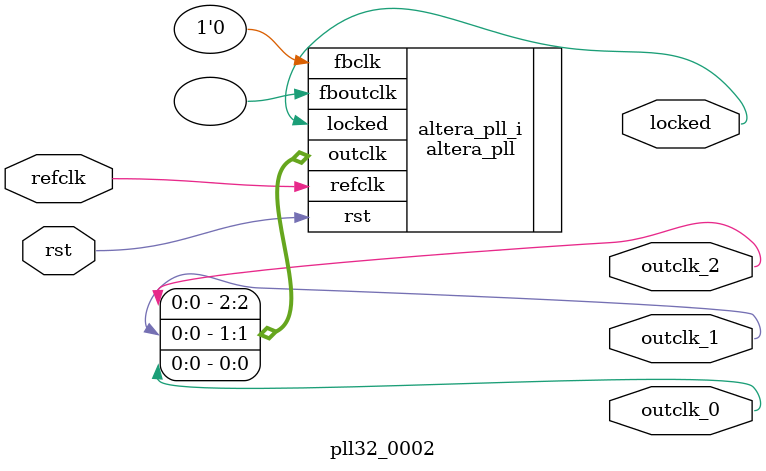
<source format=v>
`timescale 1ns/10ps
module  pll32_0002(

	// interface 'refclk'
	input wire refclk,

	// interface 'reset'
	input wire rst,

	// interface 'outclk0'
	output wire outclk_0,

	// interface 'outclk1'
	output wire outclk_1,

	// interface 'outclk2'
	output wire outclk_2,

	// interface 'locked'
	output wire locked
);

	altera_pll #(
		.fractional_vco_multiplier("true"),
		.reference_clock_frequency("50.0 MHz"),
		.operation_mode("direct"),
		.number_of_clocks(3),
		.output_clock_frequency0("32.000000 MHz"),
		.phase_shift0("0 ps"),
		.duty_cycle0(50),
		.output_clock_frequency1("64.000000 MHz"),
		.phase_shift1("0 ps"),
		.duty_cycle1(50),
		.output_clock_frequency2("64.000000 MHz"),
		.phase_shift2("7812 ps"),
		.duty_cycle2(50),
		.output_clock_frequency3("0 MHz"),
		.phase_shift3("0 ps"),
		.duty_cycle3(50),
		.output_clock_frequency4("0 MHz"),
		.phase_shift4("0 ps"),
		.duty_cycle4(50),
		.output_clock_frequency5("0 MHz"),
		.phase_shift5("0 ps"),
		.duty_cycle5(50),
		.output_clock_frequency6("0 MHz"),
		.phase_shift6("0 ps"),
		.duty_cycle6(50),
		.output_clock_frequency7("0 MHz"),
		.phase_shift7("0 ps"),
		.duty_cycle7(50),
		.output_clock_frequency8("0 MHz"),
		.phase_shift8("0 ps"),
		.duty_cycle8(50),
		.output_clock_frequency9("0 MHz"),
		.phase_shift9("0 ps"),
		.duty_cycle9(50),
		.output_clock_frequency10("0 MHz"),
		.phase_shift10("0 ps"),
		.duty_cycle10(50),
		.output_clock_frequency11("0 MHz"),
		.phase_shift11("0 ps"),
		.duty_cycle11(50),
		.output_clock_frequency12("0 MHz"),
		.phase_shift12("0 ps"),
		.duty_cycle12(50),
		.output_clock_frequency13("0 MHz"),
		.phase_shift13("0 ps"),
		.duty_cycle13(50),
		.output_clock_frequency14("0 MHz"),
		.phase_shift14("0 ps"),
		.duty_cycle14(50),
		.output_clock_frequency15("0 MHz"),
		.phase_shift15("0 ps"),
		.duty_cycle15(50),
		.output_clock_frequency16("0 MHz"),
		.phase_shift16("0 ps"),
		.duty_cycle16(50),
		.output_clock_frequency17("0 MHz"),
		.phase_shift17("0 ps"),
		.duty_cycle17(50),
		.pll_type("General"),
		.pll_subtype("General")
	) altera_pll_i (
		.rst	(rst),
		.outclk	({outclk_2, outclk_1, outclk_0}),
		.locked	(locked),
		.fboutclk	( ),
		.fbclk	(1'b0),
		.refclk	(refclk)
	);
endmodule


</source>
